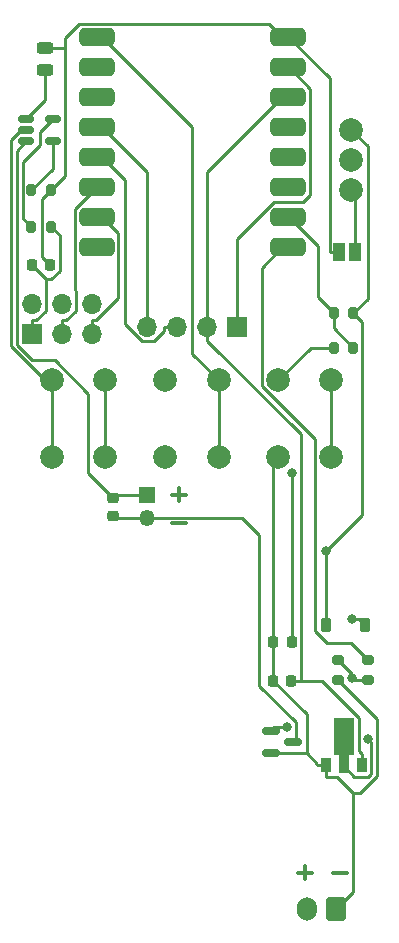
<source format=gbr>
%TF.GenerationSoftware,KiCad,Pcbnew,7.0.7*%
%TF.CreationDate,2024-05-31T07:58:12-05:00*%
%TF.ProjectId,ThinkTankTimerVote,5468696e-6b54-4616-9e6b-54696d657256,rev?*%
%TF.SameCoordinates,Original*%
%TF.FileFunction,Copper,L1,Top*%
%TF.FilePolarity,Positive*%
%FSLAX46Y46*%
G04 Gerber Fmt 4.6, Leading zero omitted, Abs format (unit mm)*
G04 Created by KiCad (PCBNEW 7.0.7) date 2024-05-31 07:58:12*
%MOMM*%
%LPD*%
G01*
G04 APERTURE LIST*
G04 Aperture macros list*
%AMRoundRect*
0 Rectangle with rounded corners*
0 $1 Rounding radius*
0 $2 $3 $4 $5 $6 $7 $8 $9 X,Y pos of 4 corners*
0 Add a 4 corners polygon primitive as box body*
4,1,4,$2,$3,$4,$5,$6,$7,$8,$9,$2,$3,0*
0 Add four circle primitives for the rounded corners*
1,1,$1+$1,$2,$3*
1,1,$1+$1,$4,$5*
1,1,$1+$1,$6,$7*
1,1,$1+$1,$8,$9*
0 Add four rect primitives between the rounded corners*
20,1,$1+$1,$2,$3,$4,$5,0*
20,1,$1+$1,$4,$5,$6,$7,0*
20,1,$1+$1,$6,$7,$8,$9,0*
20,1,$1+$1,$8,$9,$2,$3,0*%
%AMFreePoly0*
4,1,9,3.862500,-0.866500,0.737500,-0.866500,0.737500,-0.450000,-0.737500,-0.450000,-0.737500,0.450000,0.737500,0.450000,0.737500,0.866500,3.862500,0.866500,3.862500,-0.866500,3.862500,-0.866500,$1*%
G04 Aperture macros list end*
%ADD10C,0.300000*%
%TA.AperFunction,NonConductor*%
%ADD11C,0.300000*%
%TD*%
%TA.AperFunction,ComponentPad*%
%ADD12C,2.000000*%
%TD*%
%TA.AperFunction,SMDPad,CuDef*%
%ADD13RoundRect,0.225000X-0.225000X-0.250000X0.225000X-0.250000X0.225000X0.250000X-0.225000X0.250000X0*%
%TD*%
%TA.AperFunction,SMDPad,CuDef*%
%ADD14RoundRect,0.150000X-0.587500X-0.150000X0.587500X-0.150000X0.587500X0.150000X-0.587500X0.150000X0*%
%TD*%
%TA.AperFunction,SMDPad,CuDef*%
%ADD15R,0.900000X1.300000*%
%TD*%
%TA.AperFunction,SMDPad,CuDef*%
%ADD16FreePoly0,90.000000*%
%TD*%
%TA.AperFunction,SMDPad,CuDef*%
%ADD17RoundRect,0.200000X-0.200000X-0.275000X0.200000X-0.275000X0.200000X0.275000X-0.200000X0.275000X0*%
%TD*%
%TA.AperFunction,ComponentPad*%
%ADD18R,1.700000X1.700000*%
%TD*%
%TA.AperFunction,ComponentPad*%
%ADD19O,1.700000X1.700000*%
%TD*%
%TA.AperFunction,SMDPad,CuDef*%
%ADD20RoundRect,0.200000X0.275000X-0.200000X0.275000X0.200000X-0.275000X0.200000X-0.275000X-0.200000X0*%
%TD*%
%TA.AperFunction,SMDPad,CuDef*%
%ADD21RoundRect,0.225000X-0.225000X-0.375000X0.225000X-0.375000X0.225000X0.375000X-0.225000X0.375000X0*%
%TD*%
%TA.AperFunction,ComponentPad*%
%ADD22RoundRect,0.381000X-1.119000X-0.381000X1.119000X-0.381000X1.119000X0.381000X-1.119000X0.381000X0*%
%TD*%
%TA.AperFunction,SMDPad,CuDef*%
%ADD23RoundRect,0.225000X0.250000X-0.225000X0.250000X0.225000X-0.250000X0.225000X-0.250000X-0.225000X0*%
%TD*%
%TA.AperFunction,SMDPad,CuDef*%
%ADD24RoundRect,0.150000X-0.512500X-0.150000X0.512500X-0.150000X0.512500X0.150000X-0.512500X0.150000X0*%
%TD*%
%TA.AperFunction,ComponentPad*%
%ADD25RoundRect,0.250000X0.600000X0.750000X-0.600000X0.750000X-0.600000X-0.750000X0.600000X-0.750000X0*%
%TD*%
%TA.AperFunction,ComponentPad*%
%ADD26O,1.700000X2.000000*%
%TD*%
%TA.AperFunction,SMDPad,CuDef*%
%ADD27RoundRect,0.243750X0.456250X-0.243750X0.456250X0.243750X-0.456250X0.243750X-0.456250X-0.243750X0*%
%TD*%
%TA.AperFunction,ComponentPad*%
%ADD28R,1.350000X1.350000*%
%TD*%
%TA.AperFunction,ComponentPad*%
%ADD29O,1.350000X1.350000*%
%TD*%
%TA.AperFunction,SMDPad,CuDef*%
%ADD30R,1.000000X1.500000*%
%TD*%
%TA.AperFunction,ViaPad*%
%ADD31C,0.800000*%
%TD*%
%TA.AperFunction,Conductor*%
%ADD32C,0.250000*%
%TD*%
G04 APERTURE END LIST*
D10*
D11*
X193467510Y-140580400D02*
X194610368Y-140580400D01*
X194038939Y-141151828D02*
X194038939Y-140008971D01*
X196467510Y-140580400D02*
X197610368Y-140580400D01*
D10*
D11*
X182799510Y-108574400D02*
X183942368Y-108574400D01*
X183370939Y-109145828D02*
X183370939Y-108002971D01*
X182799510Y-110989400D02*
X183942368Y-110989400D01*
D12*
%TO.P,SW3,1,1*%
%TO.N,GND*%
X182245000Y-105410000D03*
X182245000Y-98910000D03*
%TO.P,SW3,2,2*%
%TO.N,Middle*%
X186745000Y-105410000D03*
X186745000Y-98910000D03*
%TD*%
D13*
%TO.P,C2,1*%
%TO.N,GND*%
X191363000Y-124333000D03*
%TO.P,C2,2*%
%TO.N,+3V3*%
X192913000Y-124333000D03*
%TD*%
D14*
%TO.P,Q1,1,G*%
%TO.N,Net-(Q1-G)*%
X191165000Y-128590000D03*
%TO.P,Q1,2,S*%
%TO.N,GND*%
X191165000Y-130490000D03*
%TO.P,Q1,3,D*%
%TO.N,Motor-*%
X193040000Y-129540000D03*
%TD*%
D15*
%TO.P,U2,1,GND*%
%TO.N,GND*%
X195858000Y-131490000D03*
D16*
%TO.P,U2,2,VIN*%
%TO.N,VILDO*%
X197358000Y-131402500D03*
D15*
%TO.P,U2,3,VOUT*%
%TO.N,+3V3*%
X198858000Y-131490000D03*
%TD*%
D13*
%TO.P,C1,1*%
%TO.N,GND*%
X191389000Y-121031000D03*
%TO.P,C1,2*%
%TO.N,VILDO*%
X192939000Y-121031000D03*
%TD*%
D17*
%TO.P,R4,1*%
%TO.N,Net-(U3-PROG)*%
X170899000Y-85904000D03*
%TO.P,R4,2*%
%TO.N,GND*%
X172549000Y-85904000D03*
%TD*%
D12*
%TO.P,SW2,1,1*%
%TO.N,GND*%
X172665000Y-105410000D03*
X172665000Y-98910000D03*
%TO.P,SW2,2,2*%
%TO.N,Left*%
X177165000Y-105410000D03*
X177165000Y-98910000D03*
%TD*%
D18*
%TO.P,J4,1,Pin_1*%
%TO.N,GND*%
X188341000Y-94361000D03*
D19*
%TO.P,J4,2,Pin_2*%
%TO.N,+3V3*%
X185801000Y-94361000D03*
%TO.P,J4,3,Pin_3*%
%TO.N,SCL*%
X183261000Y-94361000D03*
%TO.P,J4,4,Pin_4*%
%TO.N,SDA*%
X180721000Y-94361000D03*
%TD*%
D20*
%TO.P,R2,1*%
%TO.N,GND*%
X196850000Y-124267000D03*
%TO.P,R2,2*%
%TO.N,Net-(Q1-G)*%
X196850000Y-122617000D03*
%TD*%
D21*
%TO.P,D2,1,K*%
%TO.N,Batt+*%
X195836000Y-119634000D03*
%TO.P,D2,2,A*%
%TO.N,Motor-*%
X199136000Y-119634000D03*
%TD*%
D17*
%TO.P,R5,1*%
%TO.N,ADC1_BAT*%
X196470000Y-93218000D03*
%TO.P,R5,2*%
%TO.N,Batt+*%
X198120000Y-93218000D03*
%TD*%
D22*
%TO.P,U1,0,GPIO0*%
%TO.N,MotSig*%
X192651000Y-87630000D03*
%TO.P,U1,1,GPIO1*%
%TO.N,ADC1_BAT*%
X192651000Y-85090000D03*
%TO.P,U1,2,GPIO2*%
%TO.N,ADC2*%
X192651000Y-82550000D03*
%TO.P,U1,3,GPIO3*%
%TO.N,ADC3*%
X192651000Y-80010000D03*
%TO.P,U1,4,GPIO4*%
%TO.N,Left*%
X192651000Y-77470000D03*
%TO.P,U1,5,GPIO5*%
%TO.N,Middle*%
X176411000Y-69850000D03*
%TO.P,U1,6,GPIO6*%
%TO.N,Right*%
X176411000Y-72390000D03*
%TO.P,U1,7,GPIO7*%
%TO.N,unconnected-(U1-GPIO7-Pad7)*%
X176411000Y-74930000D03*
%TO.P,U1,8,GPIO8*%
%TO.N,SDA*%
X176411000Y-77470000D03*
%TO.P,U1,9,GPIO9*%
%TO.N,SCL*%
X176411000Y-80010000D03*
%TO.P,U1,10,GPIO10*%
%TO.N,GPIO10*%
X176411000Y-82550000D03*
%TO.P,U1,20,GPIO20*%
%TO.N,GPIO20*%
X176411000Y-85090000D03*
%TO.P,U1,21,GPIO21*%
%TO.N,unconnected-(U1-GPIO21-Pad21)*%
X176411000Y-87630000D03*
%TO.P,U1,100,5V*%
%TO.N,+5V*%
X192651000Y-69850000D03*
%TO.P,U1,101,GND*%
%TO.N,GND*%
X192651000Y-72390000D03*
%TO.P,U1,102,3V3*%
%TO.N,+3V3*%
X192651000Y-74930000D03*
%TD*%
D12*
%TO.P,SW1,1,A*%
%TO.N,Batt+*%
X197993000Y-77724000D03*
%TO.P,SW1,2,B*%
%TO.N,VILDO*%
X197993000Y-80264000D03*
%TO.P,SW1,3,C*%
%TO.N,Net-(JP1-B)*%
X197993000Y-82804000D03*
%TD*%
D18*
%TO.P,J3,1,Pin_1*%
%TO.N,GND*%
X170942000Y-94996000D03*
D19*
%TO.P,J3,2,Pin_2*%
%TO.N,+3V3*%
X170942000Y-92456000D03*
%TO.P,J3,3,Pin_3*%
%TO.N,GPIO10*%
X173482000Y-94996000D03*
%TO.P,J3,4,Pin_4*%
%TO.N,ADC2*%
X173482000Y-92456000D03*
%TO.P,J3,5,Pin_5*%
%TO.N,GPIO20*%
X176022000Y-94996000D03*
%TO.P,J3,6,Pin_6*%
%TO.N,ADC3*%
X176022000Y-92456000D03*
%TD*%
D13*
%TO.P,C3,1*%
%TO.N,GND*%
X170916000Y-89154000D03*
%TO.P,C3,2*%
%TO.N,+5V*%
X172466000Y-89154000D03*
%TD*%
D23*
%TO.P,C4,1*%
%TO.N,Motor-*%
X177800000Y-110389000D03*
%TO.P,C4,2*%
%TO.N,Batt+*%
X177800000Y-108839000D03*
%TD*%
D17*
%TO.P,R6,1*%
%TO.N,GND*%
X196470000Y-96139000D03*
%TO.P,R6,2*%
%TO.N,ADC1_BAT*%
X198120000Y-96139000D03*
%TD*%
D24*
%TO.P,U3,1,~{CHRG}*%
%TO.N,Net-(D1-K)*%
X170445000Y-76774000D03*
%TO.P,U3,2,GND*%
%TO.N,GND*%
X170445000Y-77724000D03*
%TO.P,U3,3,BAT*%
%TO.N,Batt+*%
X170445000Y-78674000D03*
%TO.P,U3,4,V_{CC}*%
%TO.N,Net-(U3-V_{CC})*%
X172720000Y-78674000D03*
%TO.P,U3,5,PROG*%
%TO.N,Net-(U3-PROG)*%
X172720000Y-76774000D03*
%TD*%
D12*
%TO.P,SW4,1,1*%
%TO.N,GND*%
X191770000Y-105410000D03*
X191770000Y-98910000D03*
%TO.P,SW4,2,2*%
%TO.N,Right*%
X196270000Y-105410000D03*
X196270000Y-98910000D03*
%TD*%
D25*
%TO.P,J1,1,Pin_1*%
%TO.N,GND*%
X196703000Y-143644500D03*
D26*
%TO.P,J1,2,Pin_2*%
%TO.N,Batt+*%
X194203000Y-143644500D03*
%TD*%
D27*
%TO.P,D1,1,K*%
%TO.N,Net-(D1-K)*%
X172085000Y-72644000D03*
%TO.P,D1,2,A*%
%TO.N,+5V*%
X172085000Y-70769000D03*
%TD*%
D28*
%TO.P,J2,1,Pin_1*%
%TO.N,Batt+*%
X180721000Y-108585000D03*
D29*
%TO.P,J2,2,Pin_2*%
%TO.N,Motor-*%
X180721000Y-110585000D03*
%TD*%
D17*
%TO.P,R3,1*%
%TO.N,Net-(U3-V_{CC})*%
X170899000Y-82804000D03*
%TO.P,R3,2*%
%TO.N,+5V*%
X172549000Y-82804000D03*
%TD*%
D20*
%TO.P,R1,1*%
%TO.N,Net-(Q1-G)*%
X199390000Y-124267000D03*
%TO.P,R1,2*%
%TO.N,MotSig*%
X199390000Y-122617000D03*
%TD*%
D30*
%TO.P,JP1,1,A*%
%TO.N,+5V*%
X196962000Y-88011000D03*
%TO.P,JP1,2,B*%
%TO.N,Net-(JP1-B)*%
X198262000Y-88011000D03*
%TD*%
D31*
%TO.N,VILDO*%
X192939000Y-106721400D03*
X199420700Y-129314700D03*
%TO.N,Batt+*%
X195836000Y-113355200D03*
%TO.N,Motor-*%
X198076400Y-119099300D03*
%TO.N,Net-(Q1-G)*%
X198013200Y-124092000D03*
X192551600Y-128287800D03*
%TD*%
D32*
%TO.N,Net-(U3-PROG)*%
X170144600Y-85149600D02*
X170899000Y-85904000D01*
X170144600Y-80393000D02*
X170144600Y-85149600D01*
X171582500Y-78955100D02*
X170144600Y-80393000D01*
X171582500Y-77911500D02*
X171582500Y-78955100D01*
X172720000Y-76774000D02*
X171582500Y-77911500D01*
%TO.N,Net-(U3-V_{CC})*%
X172720000Y-80983000D02*
X170899000Y-82804000D01*
X172720000Y-78674000D02*
X172720000Y-80983000D01*
%TO.N,Net-(D1-K)*%
X172085000Y-75134000D02*
X170445000Y-76774000D01*
X172085000Y-72644000D02*
X172085000Y-75134000D01*
%TO.N,VILDO*%
X192939000Y-121031000D02*
X192939000Y-106721400D01*
X199655200Y-129549200D02*
X199420700Y-129314700D01*
X199655200Y-132258700D02*
X199655200Y-129549200D01*
X199429300Y-132484600D02*
X199655200Y-132258700D01*
X198240800Y-132484600D02*
X199429300Y-132484600D01*
X197358000Y-131601800D02*
X198240800Y-132484600D01*
X197358000Y-131402500D02*
X197358000Y-131601800D01*
%TO.N,Batt+*%
X178054000Y-108585000D02*
X177800000Y-108839000D01*
X180721000Y-108585000D02*
X178054000Y-108585000D01*
X199354300Y-91983700D02*
X198120000Y-93218000D01*
X199354300Y-79085300D02*
X199354300Y-91983700D01*
X197993000Y-77724000D02*
X199354300Y-79085300D01*
X195836000Y-113355200D02*
X195836000Y-119634000D01*
X198857000Y-93955000D02*
X198120000Y-93218000D01*
X198857000Y-110334200D02*
X198857000Y-93955000D01*
X195836000Y-113355200D02*
X198857000Y-110334200D01*
X169653900Y-79465100D02*
X170445000Y-78674000D01*
X169653900Y-95875900D02*
X169653900Y-79465100D01*
X170978100Y-97200100D02*
X169653900Y-95875900D01*
X172860800Y-97200100D02*
X170978100Y-97200100D01*
X175696400Y-100035700D02*
X172860800Y-97200100D01*
X175696400Y-106735400D02*
X175696400Y-100035700D01*
X177800000Y-108839000D02*
X175696400Y-106735400D01*
%TO.N,+5V*%
X171816700Y-88504700D02*
X172466000Y-89154000D01*
X171816700Y-83536300D02*
X171816700Y-88504700D01*
X172549000Y-82804000D02*
X171816700Y-83536300D01*
X196962000Y-88011000D02*
X196135100Y-88011000D01*
X192646400Y-69850000D02*
X192151000Y-69850000D01*
X196135100Y-73338700D02*
X192646400Y-69850000D01*
X196135100Y-88011000D02*
X196135100Y-73338700D01*
X173723900Y-81629100D02*
X172549000Y-82804000D01*
X173723900Y-70769000D02*
X173723900Y-81629100D01*
X173724000Y-70769000D02*
X173723900Y-70769000D01*
X173724000Y-69949500D02*
X173724000Y-70769000D01*
X174940600Y-68732900D02*
X173724000Y-69949500D01*
X191033900Y-68732900D02*
X174940600Y-68732900D01*
X192151000Y-69850000D02*
X191033900Y-68732900D01*
X173723900Y-70769000D02*
X172085000Y-70769000D01*
%TO.N,GPIO20*%
X178249500Y-86428500D02*
X176911000Y-85090000D01*
X178249500Y-91959500D02*
X178249500Y-86428500D01*
X176389900Y-93819100D02*
X178249500Y-91959500D01*
X176022000Y-93819100D02*
X176389900Y-93819100D01*
X176022000Y-94996000D02*
X176022000Y-93819100D01*
%TO.N,Right*%
X196270000Y-98910000D02*
X196270000Y-105410000D01*
%TO.N,Middle*%
X184531000Y-96696000D02*
X186745000Y-98910000D01*
X184531000Y-77470000D02*
X184531000Y-96696000D01*
X176911000Y-69850000D02*
X184531000Y-77470000D01*
X186745000Y-98910000D02*
X186745000Y-105410000D01*
%TO.N,Left*%
X177165000Y-98910000D02*
X177165000Y-105410000D01*
%TO.N,GPIO10*%
X176428900Y-82550000D02*
X176911000Y-82550000D01*
X174544600Y-84434300D02*
X176428900Y-82550000D01*
X174544600Y-91241000D02*
X174544600Y-84434300D01*
X174668100Y-91364500D02*
X174544600Y-91241000D01*
X174668100Y-93000800D02*
X174668100Y-91364500D01*
X173849800Y-93819100D02*
X174668100Y-93000800D01*
X173482000Y-93819100D02*
X173849800Y-93819100D01*
X173482000Y-94996000D02*
X173482000Y-93819100D01*
%TO.N,ADC1_BAT*%
X196470000Y-94489000D02*
X198120000Y-96139000D01*
X196470000Y-93218000D02*
X196470000Y-94489000D01*
X195130900Y-91878900D02*
X196470000Y-93218000D01*
X195130900Y-87545600D02*
X195130900Y-91878900D01*
X192675300Y-85090000D02*
X195130900Y-87545600D01*
X192151000Y-85090000D02*
X192675300Y-85090000D01*
%TO.N,Net-(JP1-B)*%
X198262000Y-83073000D02*
X197993000Y-82804000D01*
X198262000Y-88011000D02*
X198262000Y-83073000D01*
%TO.N,MotSig*%
X197933100Y-121160100D02*
X199390000Y-122617000D01*
X195920200Y-121160100D02*
X197933100Y-121160100D01*
X194870700Y-120110600D02*
X195920200Y-121160100D01*
X194870700Y-103887200D02*
X194870700Y-120110600D01*
X190397300Y-99413800D02*
X194870700Y-103887200D01*
X190397300Y-89383700D02*
X190397300Y-99413800D01*
X192151000Y-87630000D02*
X190397300Y-89383700D01*
%TO.N,Motor-*%
X188757200Y-110585000D02*
X180721000Y-110585000D01*
X190198300Y-112026100D02*
X188757200Y-110585000D01*
X190198300Y-124783600D02*
X190198300Y-112026100D01*
X193278500Y-127863800D02*
X190198300Y-124783600D01*
X193278500Y-129301500D02*
X193278500Y-127863800D01*
X193040000Y-129540000D02*
X193278500Y-129301500D01*
X177996000Y-110585000D02*
X177800000Y-110389000D01*
X180721000Y-110585000D02*
X177996000Y-110585000D01*
X198601300Y-119099300D02*
X199136000Y-119634000D01*
X198076400Y-119099300D02*
X198601300Y-119099300D01*
%TO.N,Net-(Q1-G)*%
X191467200Y-128287800D02*
X191165000Y-128590000D01*
X192551600Y-128287800D02*
X191467200Y-128287800D01*
X198188200Y-124267000D02*
X198013200Y-124092000D01*
X199390000Y-124267000D02*
X198188200Y-124267000D01*
X198013200Y-123780200D02*
X196850000Y-122617000D01*
X198013200Y-124092000D02*
X198013200Y-123780200D01*
%TO.N,SDA*%
X180721000Y-81280000D02*
X180721000Y-94361000D01*
X176911000Y-77470000D02*
X180721000Y-81280000D01*
%TO.N,SCL*%
X183261000Y-94361000D02*
X182084100Y-94361000D01*
X178814000Y-81913000D02*
X176911000Y-80010000D01*
X178814000Y-94137200D02*
X178814000Y-81913000D01*
X180238400Y-95561600D02*
X178814000Y-94137200D01*
X181251300Y-95561600D02*
X180238400Y-95561600D01*
X182084100Y-94728800D02*
X181251300Y-95561600D01*
X182084100Y-94361000D02*
X182084100Y-94728800D01*
%TO.N,+3V3*%
X198858000Y-131490000D02*
X198858000Y-130513100D01*
X185801000Y-81280000D02*
X192151000Y-74930000D01*
X185801000Y-94361000D02*
X185801000Y-81280000D01*
X185801000Y-94361000D02*
X185801000Y-95537900D01*
X193728900Y-103465800D02*
X185801000Y-95537900D01*
X193728900Y-124333000D02*
X193728900Y-103465800D01*
X195489400Y-124333000D02*
X193728900Y-124333000D01*
X198621800Y-127465400D02*
X195489400Y-124333000D01*
X198621800Y-130276900D02*
X198621800Y-127465400D01*
X198858000Y-130513100D02*
X198621800Y-130276900D01*
X193728900Y-124333000D02*
X192913000Y-124333000D01*
%TO.N,GND*%
X170942000Y-94996000D02*
X170942000Y-93819100D01*
X172580200Y-90356900D02*
X172118900Y-90356900D01*
X173277800Y-89659300D02*
X172580200Y-90356900D01*
X173277800Y-86632800D02*
X173277800Y-89659300D01*
X172549000Y-85904000D02*
X173277800Y-86632800D01*
X172118900Y-93010100D02*
X172118900Y-90356900D01*
X171309900Y-93819100D02*
X172118900Y-93010100D01*
X170942000Y-93819100D02*
X171309900Y-93819100D01*
X172118900Y-90356900D02*
X170916000Y-89154000D01*
X195858000Y-131490000D02*
X195081100Y-131490000D01*
X196745000Y-132466900D02*
X195858000Y-132466900D01*
X198096000Y-133817900D02*
X196745000Y-132466900D01*
X198096000Y-142251500D02*
X198096000Y-133817900D01*
X196703000Y-143644500D02*
X198096000Y-142251500D01*
X195858000Y-131490000D02*
X195858000Y-132466900D01*
X172665000Y-105410000D02*
X172665000Y-98910000D01*
X170025100Y-77724000D02*
X170445000Y-77724000D01*
X169163200Y-78585900D02*
X170025100Y-77724000D01*
X169163200Y-96037200D02*
X169163200Y-78585900D01*
X172036000Y-98910000D02*
X169163200Y-96037200D01*
X172665000Y-98910000D02*
X172036000Y-98910000D01*
X194187000Y-127157000D02*
X191363000Y-124333000D01*
X194187000Y-130490000D02*
X194187000Y-127157000D01*
X195081100Y-131384100D02*
X194187000Y-130490000D01*
X195081100Y-131490000D02*
X195081100Y-131384100D01*
X194187000Y-130490000D02*
X191165000Y-130490000D01*
X191389000Y-105791000D02*
X191389000Y-121031000D01*
X191770000Y-105410000D02*
X191389000Y-105791000D01*
X191389000Y-124307000D02*
X191363000Y-124333000D01*
X191389000Y-121031000D02*
X191389000Y-124307000D01*
X192663000Y-72390000D02*
X192151000Y-72390000D01*
X194489500Y-74216500D02*
X192663000Y-72390000D01*
X194489500Y-83235800D02*
X194489500Y-74216500D01*
X193905300Y-83820000D02*
X194489500Y-83235800D01*
X191424300Y-83820000D02*
X193905300Y-83820000D01*
X188341000Y-86903300D02*
X191424300Y-83820000D01*
X188341000Y-94361000D02*
X188341000Y-86903300D01*
X200147600Y-127564600D02*
X196850000Y-124267000D01*
X200147600Y-132405400D02*
X200147600Y-127564600D01*
X198735100Y-133817900D02*
X200147600Y-132405400D01*
X198096000Y-133817900D02*
X198735100Y-133817900D01*
X194541000Y-96139000D02*
X196470000Y-96139000D01*
X191770000Y-98910000D02*
X194541000Y-96139000D01*
%TD*%
M02*

</source>
